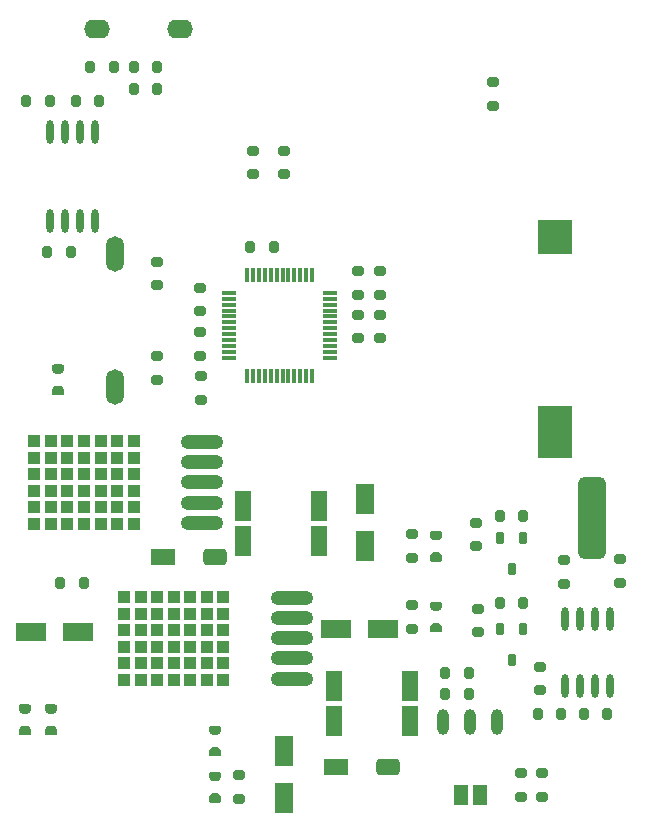
<source format=gtp>
G04*
G04 #@! TF.GenerationSoftware,Altium Limited,Altium Designer,22.3.1 (43)*
G04*
G04 Layer_Color=8421504*
%FSLAX44Y44*%
%MOMM*%
G71*
G04*
G04 #@! TF.SameCoordinates,ED8E76AF-2C1D-4F3D-8887-468E79F1A133*
G04*
G04*
G04 #@! TF.FilePolarity,Positive*
G04*
G01*
G75*
%ADD20R,1.2000X1.8000*%
%ADD21R,1.4000X2.6000*%
%ADD22R,1.0000X1.0000*%
%ADD23R,1.0000X1.0000*%
%ADD24R,1.0000X1.0000*%
%ADD25R,1.0000X1.0000*%
%ADD26R,1.0000X1.0000*%
%ADD27O,1.0000X2.2000*%
G04:AMPARAMS|DCode=28|XSize=0.8mm|YSize=1mm|CornerRadius=0.15mm|HoleSize=0mm|Usage=FLASHONLY|Rotation=0.000|XOffset=0mm|YOffset=0mm|HoleType=Round|Shape=RoundedRectangle|*
%AMROUNDEDRECTD28*
21,1,0.8000,0.7000,0,0,0.0*
21,1,0.5000,1.0000,0,0,0.0*
1,1,0.3000,0.2500,-0.3500*
1,1,0.3000,-0.2500,-0.3500*
1,1,0.3000,-0.2500,0.3500*
1,1,0.3000,0.2500,0.3500*
%
%ADD28ROUNDEDRECTD28*%
G04:AMPARAMS|DCode=29|XSize=0.8mm|YSize=1mm|CornerRadius=0.15mm|HoleSize=0mm|Usage=FLASHONLY|Rotation=90.000|XOffset=0mm|YOffset=0mm|HoleType=Round|Shape=RoundedRectangle|*
%AMROUNDEDRECTD29*
21,1,0.8000,0.7000,0,0,90.0*
21,1,0.5000,1.0000,0,0,90.0*
1,1,0.3000,0.3500,0.2500*
1,1,0.3000,0.3500,-0.2500*
1,1,0.3000,-0.3500,-0.2500*
1,1,0.3000,-0.3500,0.2500*
%
%ADD29ROUNDEDRECTD29*%
%ADD30O,1.5000X3.0000*%
G04:AMPARAMS|DCode=31|XSize=0.6mm|YSize=1.1mm|CornerRadius=0.125mm|HoleSize=0mm|Usage=FLASHONLY|Rotation=0.000|XOffset=0mm|YOffset=0mm|HoleType=Round|Shape=RoundedRectangle|*
%AMROUNDEDRECTD31*
21,1,0.6000,0.8500,0,0,0.0*
21,1,0.3500,1.1000,0,0,0.0*
1,1,0.2500,0.1750,-0.4250*
1,1,0.2500,-0.1750,-0.4250*
1,1,0.2500,-0.1750,0.4250*
1,1,0.2500,0.1750,0.4250*
%
%ADD31ROUNDEDRECTD31*%
%ADD32O,3.6000X1.2000*%
%ADD33R,1.6000X2.6000*%
%ADD34R,0.3048X1.1938*%
%ADD35R,1.1938X0.3048*%
%ADD36R,2.0000X1.4000*%
G04:AMPARAMS|DCode=37|XSize=1.4mm|YSize=2mm|CornerRadius=0.3mm|HoleSize=0mm|Usage=FLASHONLY|Rotation=90.000|XOffset=0mm|YOffset=0mm|HoleType=Round|Shape=RoundedRectangle|*
%AMROUNDEDRECTD37*
21,1,1.4000,1.4000,0,0,90.0*
21,1,0.8000,2.0000,0,0,90.0*
1,1,0.6000,0.7000,0.4000*
1,1,0.6000,0.7000,-0.4000*
1,1,0.6000,-0.7000,-0.4000*
1,1,0.6000,-0.7000,0.4000*
%
%ADD37ROUNDEDRECTD37*%
%ADD38R,2.6000X1.6000*%
%ADD39O,0.6000X2.0000*%
G04:AMPARAMS|DCode=40|XSize=2.4mm|YSize=7mm|CornerRadius=0.6mm|HoleSize=0mm|Usage=FLASHONLY|Rotation=0.000|XOffset=0mm|YOffset=0mm|HoleType=Round|Shape=RoundedRectangle|*
%AMROUNDEDRECTD40*
21,1,2.4000,5.8000,0,0,0.0*
21,1,1.2000,7.0000,0,0,0.0*
1,1,1.2000,0.6000,-2.9000*
1,1,1.2000,-0.6000,-2.9000*
1,1,1.2000,-0.6000,2.9000*
1,1,1.2000,0.6000,2.9000*
%
%ADD40ROUNDEDRECTD40*%
%ADD41O,2.2000X1.6000*%
%ADD42R,3.0000X3.0000*%
%ADD43R,3.0000X4.5000*%
G36*
X50350Y393772D02*
X50772Y393350D01*
X51000Y392798D01*
Y392500D01*
Y390000D01*
Y389204D01*
X50391Y387734D01*
X49266Y386609D01*
X47796Y386000D01*
X44204D01*
X42734Y386609D01*
X41609Y387734D01*
X41000Y389204D01*
Y390000D01*
Y392500D01*
Y392798D01*
X41228Y393350D01*
X41650Y393772D01*
X42202Y394000D01*
X49798D01*
X50350Y393772D01*
D02*
G37*
G36*
X49266Y375391D02*
X50391Y374266D01*
X51000Y372796D01*
Y372000D01*
Y369500D01*
Y369202D01*
X50772Y368650D01*
X50350Y368228D01*
X49798Y368000D01*
X42202D01*
X41650Y368228D01*
X41228Y368650D01*
X41000Y369202D01*
Y369500D01*
Y372000D01*
Y372796D01*
X41609Y374266D01*
X42734Y375391D01*
X44204Y376000D01*
X47796D01*
X49266Y375391D01*
D02*
G37*
G36*
X370350Y252772D02*
X370772Y252350D01*
X371000Y251798D01*
Y251500D01*
Y249000D01*
Y248204D01*
X370391Y246734D01*
X369266Y245609D01*
X367796Y245000D01*
X364204D01*
X362734Y245609D01*
X361609Y246734D01*
X361000Y248204D01*
Y249000D01*
Y251500D01*
Y251798D01*
X361228Y252350D01*
X361650Y252772D01*
X362202Y253000D01*
X369798D01*
X370350Y252772D01*
D02*
G37*
G36*
X369266Y234391D02*
X370391Y233266D01*
X371000Y231796D01*
Y231000D01*
Y228500D01*
Y228202D01*
X370772Y227650D01*
X370350Y227228D01*
X369798Y227000D01*
X362202D01*
X361650Y227228D01*
X361228Y227650D01*
X361000Y228202D01*
Y228500D01*
Y231000D01*
Y231796D01*
X361609Y233266D01*
X362734Y234391D01*
X364204Y235000D01*
X367796D01*
X369266Y234391D01*
D02*
G37*
G36*
X370350Y192772D02*
X370772Y192350D01*
X371000Y191798D01*
Y191500D01*
Y189000D01*
Y188204D01*
X370391Y186734D01*
X369266Y185609D01*
X367796Y185000D01*
X364204D01*
X362734Y185609D01*
X361609Y186734D01*
X361000Y188204D01*
Y189000D01*
Y191500D01*
Y191798D01*
X361228Y192350D01*
X361650Y192772D01*
X362202Y193000D01*
X369798D01*
X370350Y192772D01*
D02*
G37*
G36*
X369266Y174391D02*
X370391Y173266D01*
X371000Y171796D01*
Y171000D01*
Y168500D01*
Y168202D01*
X370772Y167650D01*
X370350Y167228D01*
X369798Y167000D01*
X362202D01*
X361650Y167228D01*
X361228Y167650D01*
X361000Y168202D01*
Y168500D01*
Y171000D01*
Y171796D01*
X361609Y173266D01*
X362734Y174391D01*
X364204Y175000D01*
X367796D01*
X369266Y174391D01*
D02*
G37*
G36*
X44350Y105772D02*
X44772Y105350D01*
X45000Y104798D01*
Y104500D01*
Y102000D01*
Y101204D01*
X44391Y99734D01*
X43266Y98609D01*
X41796Y98000D01*
X38204D01*
X36734Y98609D01*
X35609Y99734D01*
X35000Y101204D01*
Y102000D01*
Y104500D01*
Y104798D01*
X35228Y105350D01*
X35650Y105772D01*
X36202Y106000D01*
X43798D01*
X44350Y105772D01*
D02*
G37*
G36*
X22350D02*
X22772Y105350D01*
X23000Y104798D01*
Y104500D01*
Y102000D01*
Y101204D01*
X22391Y99734D01*
X21266Y98609D01*
X19796Y98000D01*
X16204D01*
X14734Y98609D01*
X13609Y99734D01*
X13000Y101204D01*
Y102000D01*
Y104500D01*
Y104798D01*
X13228Y105350D01*
X13650Y105772D01*
X14202Y106000D01*
X21798D01*
X22350Y105772D01*
D02*
G37*
G36*
X183350Y87772D02*
X183772Y87350D01*
X184000Y86798D01*
Y86500D01*
Y84000D01*
Y83204D01*
X183391Y81734D01*
X182266Y80609D01*
X180796Y80000D01*
X177204D01*
X175734Y80609D01*
X174609Y81734D01*
X174000Y83204D01*
Y84000D01*
Y86500D01*
Y86798D01*
X174228Y87350D01*
X174650Y87772D01*
X175202Y88000D01*
X182798D01*
X183350Y87772D01*
D02*
G37*
G36*
X43266Y87391D02*
X44391Y86266D01*
X45000Y84796D01*
Y84000D01*
Y81500D01*
Y81202D01*
X44772Y80650D01*
X44350Y80228D01*
X43798Y80000D01*
X36202D01*
X35650Y80228D01*
X35228Y80650D01*
X35000Y81202D01*
Y81500D01*
Y84000D01*
Y84796D01*
X35609Y86266D01*
X36734Y87391D01*
X38204Y88000D01*
X41796D01*
X43266Y87391D01*
D02*
G37*
G36*
X21266D02*
X22391Y86266D01*
X23000Y84796D01*
Y84000D01*
Y81500D01*
Y81202D01*
X22772Y80650D01*
X22350Y80228D01*
X21798Y80000D01*
X14202D01*
X13650Y80228D01*
X13228Y80650D01*
X13000Y81202D01*
Y81500D01*
Y84000D01*
Y84796D01*
X13609Y86266D01*
X14734Y87391D01*
X16204Y88000D01*
X19796D01*
X21266Y87391D01*
D02*
G37*
G36*
X182266Y69391D02*
X183391Y68266D01*
X184000Y66796D01*
Y66000D01*
Y63500D01*
Y63202D01*
X183772Y62650D01*
X183350Y62228D01*
X182798Y62000D01*
X175202D01*
X174650Y62228D01*
X174228Y62650D01*
X174000Y63202D01*
Y63500D01*
Y66000D01*
Y66796D01*
X174609Y68266D01*
X175734Y69391D01*
X177204Y70000D01*
X180796D01*
X182266Y69391D01*
D02*
G37*
G36*
X183350Y48772D02*
X183772Y48350D01*
X184000Y47798D01*
Y47500D01*
Y45000D01*
Y44204D01*
X183391Y42734D01*
X182266Y41609D01*
X180796Y41000D01*
X177204D01*
X175734Y41609D01*
X174609Y42734D01*
X174000Y44204D01*
Y45000D01*
Y47500D01*
Y47798D01*
X174228Y48350D01*
X174650Y48772D01*
X175202Y49000D01*
X182798D01*
X183350Y48772D01*
D02*
G37*
G36*
X182266Y30391D02*
X183391Y29266D01*
X184000Y27796D01*
Y27000D01*
Y24500D01*
Y24202D01*
X183772Y23650D01*
X183350Y23228D01*
X182798Y23000D01*
X175202D01*
X174650Y23228D01*
X174228Y23650D01*
X174000Y24202D01*
Y24500D01*
Y27000D01*
Y27796D01*
X174609Y29266D01*
X175734Y30391D01*
X177204Y31000D01*
X180796D01*
X182266Y30391D01*
D02*
G37*
D20*
X403000Y29000D02*
D03*
X387000D02*
D03*
D21*
X267000Y274000D02*
D03*
Y244000D02*
D03*
X203000D02*
D03*
Y274000D02*
D03*
X280000Y122000D02*
D03*
Y92000D02*
D03*
X344000D02*
D03*
Y122000D02*
D03*
D22*
X172001Y169001D02*
D03*
X172001Y183001D02*
D03*
X130001D02*
D03*
X130001Y169001D02*
D03*
X130005Y141005D02*
D03*
X172005D02*
D03*
X96000Y287000D02*
D03*
Y273000D02*
D03*
X54000D02*
D03*
Y287000D02*
D03*
Y301000D02*
D03*
Y315000D02*
D03*
X96000D02*
D03*
Y301000D02*
D03*
D23*
X172000Y197000D02*
D03*
X130000D02*
D03*
X102004Y155005D02*
D03*
X130005Y127005D02*
D03*
X172005D02*
D03*
X96000Y259000D02*
D03*
X54000D02*
D03*
Y329000D02*
D03*
X96000D02*
D03*
D24*
X158001Y169001D02*
D03*
X186000Y197000D02*
D03*
X186001Y183001D02*
D03*
X158001D02*
D03*
X116001D02*
D03*
X144001D02*
D03*
X144000Y197000D02*
D03*
X116001Y169001D02*
D03*
X116004Y155005D02*
D03*
X144005Y127005D02*
D03*
X144005Y141005D02*
D03*
X116005D02*
D03*
X158005D02*
D03*
X186005D02*
D03*
X186005Y127005D02*
D03*
X158005Y155005D02*
D03*
X82000Y287000D02*
D03*
X110000Y259000D02*
D03*
X110000Y273000D02*
D03*
X82000D02*
D03*
X40000D02*
D03*
X68000D02*
D03*
X68000Y259000D02*
D03*
X40000Y287000D02*
D03*
Y301000D02*
D03*
X68000Y329000D02*
D03*
X68000Y315000D02*
D03*
X40000D02*
D03*
X82000D02*
D03*
X110000D02*
D03*
X110000Y329000D02*
D03*
X82000Y301000D02*
D03*
D25*
X158000Y197000D02*
D03*
X186001Y169001D02*
D03*
X144001D02*
D03*
X116000Y197000D02*
D03*
X102000D02*
D03*
X102005Y127005D02*
D03*
X130005Y155005D02*
D03*
X116005Y127005D02*
D03*
X144005Y155005D02*
D03*
X186005D02*
D03*
X158005Y127005D02*
D03*
X172005Y155005D02*
D03*
X82000Y259000D02*
D03*
X110000Y287000D02*
D03*
X68000D02*
D03*
X40000Y259000D02*
D03*
X26000D02*
D03*
Y329000D02*
D03*
X40000D02*
D03*
X68000Y301000D02*
D03*
X110000D02*
D03*
X82000Y329000D02*
D03*
D26*
X102001Y169001D02*
D03*
X102001Y183001D02*
D03*
X102005Y141005D02*
D03*
X26000Y287000D02*
D03*
Y273000D02*
D03*
Y315000D02*
D03*
Y301000D02*
D03*
D27*
X418000Y91000D02*
D03*
X395000D02*
D03*
X372000D02*
D03*
D28*
X394000Y133000D02*
D03*
X374000D02*
D03*
X394000Y115000D02*
D03*
X374000D02*
D03*
X472000Y98000D02*
D03*
X452000D02*
D03*
X440000Y266000D02*
D03*
X420000D02*
D03*
X68000Y209000D02*
D03*
X48000D02*
D03*
X208642Y493000D02*
D03*
X228642D02*
D03*
X420000Y192000D02*
D03*
X440000D02*
D03*
X57000Y489000D02*
D03*
X37000D02*
D03*
X39000Y617000D02*
D03*
X19000D02*
D03*
X93000Y646000D02*
D03*
X73000D02*
D03*
X61000Y617000D02*
D03*
X81000D02*
D03*
X130000Y646000D02*
D03*
X110000D02*
D03*
X110000Y627000D02*
D03*
X130000D02*
D03*
X491000Y98000D02*
D03*
X511000D02*
D03*
D29*
X456000Y48000D02*
D03*
Y28000D02*
D03*
X438000Y48000D02*
D03*
Y28000D02*
D03*
X319000Y473000D02*
D03*
Y453000D02*
D03*
X167000Y384000D02*
D03*
Y364000D02*
D03*
X237000Y555000D02*
D03*
Y575000D02*
D03*
X211000Y555000D02*
D03*
Y575000D02*
D03*
X454000Y118000D02*
D03*
Y138000D02*
D03*
X166642Y439000D02*
D03*
Y459000D02*
D03*
X130000Y461000D02*
D03*
Y481000D02*
D03*
Y401000D02*
D03*
Y381000D02*
D03*
X199000Y26000D02*
D03*
Y46000D02*
D03*
X522000Y229000D02*
D03*
Y209000D02*
D03*
X474000Y228000D02*
D03*
Y208000D02*
D03*
X346000Y170000D02*
D03*
Y190000D02*
D03*
Y250000D02*
D03*
Y230000D02*
D03*
X166642Y401000D02*
D03*
Y421000D02*
D03*
X400000Y260000D02*
D03*
Y240000D02*
D03*
X402000Y187000D02*
D03*
Y167000D02*
D03*
X414000Y613000D02*
D03*
Y633000D02*
D03*
X319000Y416000D02*
D03*
Y436000D02*
D03*
X300000Y416000D02*
D03*
Y436000D02*
D03*
X299642Y473000D02*
D03*
Y453000D02*
D03*
D30*
X94000Y487000D02*
D03*
Y375000D02*
D03*
D31*
X440000Y247000D02*
D03*
X420000D02*
D03*
X430000Y221000D02*
D03*
Y144000D02*
D03*
X420000Y170000D02*
D03*
X440000D02*
D03*
D32*
X244000Y196036D02*
D03*
Y179018D02*
D03*
Y162000D02*
D03*
Y144982D02*
D03*
Y127964D02*
D03*
X168000Y259964D02*
D03*
Y276982D02*
D03*
Y294000D02*
D03*
Y311018D02*
D03*
Y328036D02*
D03*
D33*
X237000Y27000D02*
D03*
Y67000D02*
D03*
X306000Y280000D02*
D03*
Y240000D02*
D03*
D34*
X206142Y384500D02*
D03*
X211142D02*
D03*
X216142D02*
D03*
X221142D02*
D03*
X226142D02*
D03*
X231142D02*
D03*
X236142D02*
D03*
X241142D02*
D03*
X246142D02*
D03*
X251142D02*
D03*
X256142D02*
D03*
X261142D02*
D03*
Y469500D02*
D03*
X256142D02*
D03*
X251142D02*
D03*
X246142D02*
D03*
X241142D02*
D03*
X236142D02*
D03*
X231142D02*
D03*
X226142D02*
D03*
X221142D02*
D03*
X216142D02*
D03*
X211142D02*
D03*
X206142D02*
D03*
D35*
X276142Y399500D02*
D03*
Y404500D02*
D03*
Y409500D02*
D03*
Y414500D02*
D03*
Y419500D02*
D03*
Y424500D02*
D03*
Y429500D02*
D03*
Y434500D02*
D03*
Y439500D02*
D03*
Y444500D02*
D03*
Y449500D02*
D03*
Y454500D02*
D03*
X191142D02*
D03*
Y449500D02*
D03*
Y444500D02*
D03*
Y439500D02*
D03*
Y434500D02*
D03*
Y429500D02*
D03*
Y424500D02*
D03*
Y419500D02*
D03*
Y414500D02*
D03*
Y409500D02*
D03*
Y404500D02*
D03*
Y399500D02*
D03*
D36*
X135000Y231000D02*
D03*
X281000Y53000D02*
D03*
D37*
X179000Y231000D02*
D03*
X325000Y53000D02*
D03*
D38*
X63000Y167000D02*
D03*
X23000D02*
D03*
X321000Y170000D02*
D03*
X281000D02*
D03*
D39*
X513050Y178000D02*
D03*
X500350D02*
D03*
X487650D02*
D03*
X474950D02*
D03*
X513050Y122000D02*
D03*
X500350D02*
D03*
X487650D02*
D03*
X474950D02*
D03*
X77050Y591000D02*
D03*
X38950Y515000D02*
D03*
X77050D02*
D03*
X51650D02*
D03*
X64350D02*
D03*
X51650Y591000D02*
D03*
X38950D02*
D03*
X64350D02*
D03*
D40*
X498112Y263626D02*
D03*
D41*
X149000Y678000D02*
D03*
X79000D02*
D03*
D42*
X467000Y502000D02*
D03*
D43*
Y337000D02*
D03*
M02*

</source>
